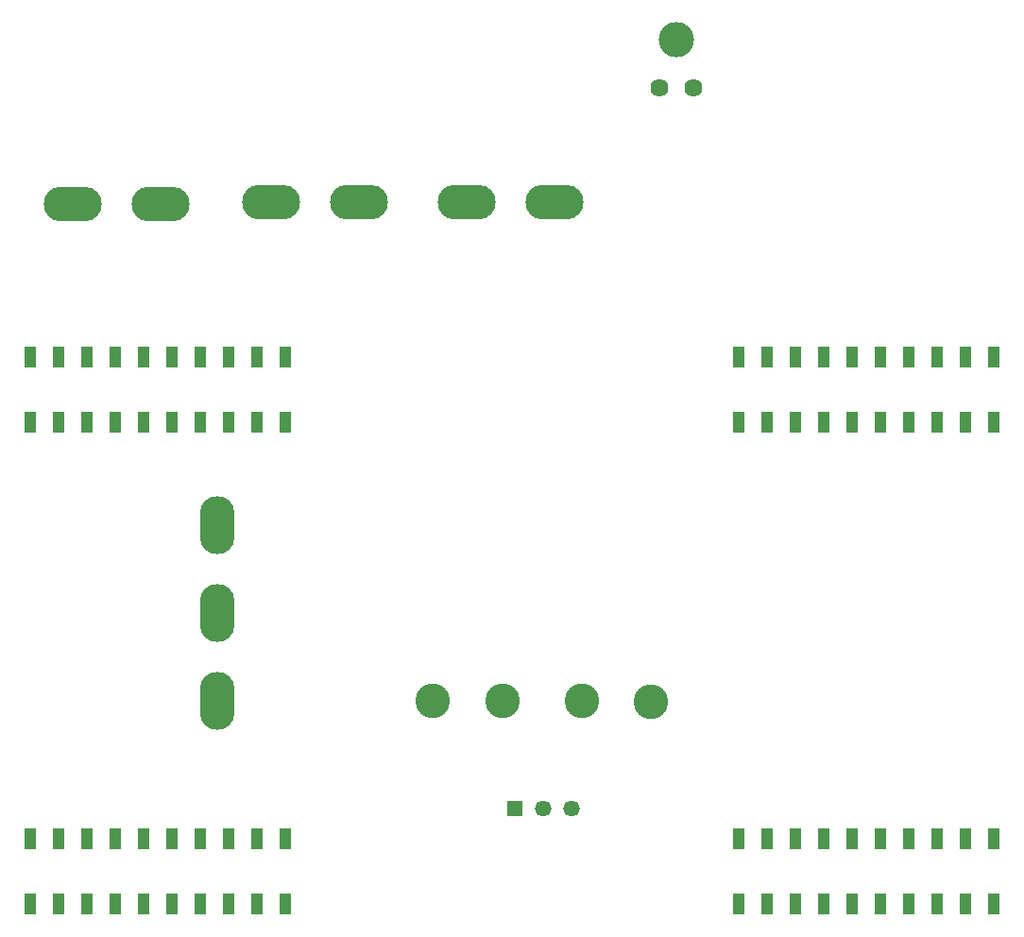
<source format=gbr>
%TF.GenerationSoftware,KiCad,Pcbnew,(5.1.6)-1*%
%TF.CreationDate,2022-03-14T17:05:36-05:00*%
%TF.ProjectId,2022 Multimedia Rev1,32303232-204d-4756-9c74-696d65646961,rev?*%
%TF.SameCoordinates,Original*%
%TF.FileFunction,Soldermask,Bot*%
%TF.FilePolarity,Negative*%
%FSLAX46Y46*%
G04 Gerber Fmt 4.6, Leading zero omitted, Abs format (unit mm)*
G04 Created by KiCad (PCBNEW (5.1.6)-1) date 2022-03-14 17:05:36*
%MOMM*%
%LPD*%
G01*
G04 APERTURE LIST*
%ADD10O,5.200000X3.100000*%
%ADD11O,3.100000X5.200000*%
%ADD12C,1.624000*%
%ADD13C,3.173400*%
%ADD14R,1.090600X1.878000*%
%ADD15C,3.100000*%
%ADD16R,1.458000X1.458000*%
%ADD17C,1.458000*%
G04 APERTURE END LIST*
D10*
%TO.C,Conn4*%
X160528000Y-50800000D03*
X152654000Y-50800000D03*
%TD*%
D11*
%TO.C,Conn1*%
X130302000Y-79744000D03*
X130279000Y-95492000D03*
X130302000Y-87630000D03*
%TD*%
D12*
%TO.C,Data*%
X169926000Y-40513000D03*
X172974000Y-40513000D03*
D13*
X171450000Y-36195000D03*
%TD*%
D14*
%TO.C,U4*%
X136398000Y-64617600D03*
X133858000Y-64617600D03*
X131318000Y-64617600D03*
X128778000Y-64617600D03*
X126238000Y-64617600D03*
X123698000Y-64617600D03*
X121158000Y-64617600D03*
X118618000Y-64617600D03*
X116078000Y-64617600D03*
X113538000Y-64617600D03*
X136398000Y-70510400D03*
X133858000Y-70510400D03*
X131318000Y-70510400D03*
X128778000Y-70510400D03*
X126238000Y-70510400D03*
X123698000Y-70510400D03*
X121158000Y-70510400D03*
X118618000Y-70510400D03*
X116078000Y-70510400D03*
X113538000Y-70510400D03*
X136398000Y-113690400D03*
X133858000Y-113690400D03*
X131318000Y-113690400D03*
X128778000Y-113690400D03*
X126238000Y-113690400D03*
X123698000Y-113690400D03*
X121158000Y-113690400D03*
X118618000Y-113690400D03*
X116078000Y-113690400D03*
X113538000Y-113690400D03*
X136398000Y-107797600D03*
X133858000Y-107797600D03*
X131318000Y-107797600D03*
X128778000Y-107797600D03*
X126238000Y-107797600D03*
X123698000Y-107797600D03*
X121158000Y-107797600D03*
X118618000Y-107797600D03*
X116078000Y-107797600D03*
X113538000Y-107797600D03*
X182118000Y-64617600D03*
X179578000Y-64617600D03*
X177038000Y-64617600D03*
X199898000Y-70510400D03*
X197358000Y-70510400D03*
X194818000Y-70510400D03*
X192278000Y-70510400D03*
X189738000Y-70510400D03*
X187198000Y-70510400D03*
X184658000Y-70510400D03*
X182118000Y-70510400D03*
X179578000Y-70510400D03*
X177038000Y-70510400D03*
X199898000Y-113690400D03*
X194818000Y-113690400D03*
X189738000Y-113690400D03*
X187198000Y-113690400D03*
X184658000Y-113690400D03*
X182118000Y-113690400D03*
X179578000Y-113690400D03*
X199898000Y-107797600D03*
X194818000Y-107797600D03*
X184658000Y-107797600D03*
X182118000Y-107797600D03*
X179578000Y-107797600D03*
X177038000Y-107797600D03*
X189738000Y-107797600D03*
X192278000Y-107797600D03*
X197358000Y-113690400D03*
X184658000Y-64617600D03*
X187198000Y-64617600D03*
X197358000Y-107797600D03*
X192278000Y-113690400D03*
X194818000Y-64617600D03*
X192278000Y-64617600D03*
X187198000Y-107797600D03*
X189738000Y-64617600D03*
X197358000Y-64617600D03*
X199898000Y-64617600D03*
X177038000Y-113690400D03*
%TD*%
D15*
%TO.C,U2*%
X149606000Y-95504000D03*
X169164000Y-95567500D03*
X162941000Y-95504000D03*
X155829000Y-95504000D03*
%TD*%
D16*
%TO.C,U1*%
X156972000Y-105156000D03*
D17*
X159512000Y-105156000D03*
X162052000Y-105156000D03*
%TD*%
D10*
%TO.C,Conn3*%
X142960000Y-50800000D03*
X135086000Y-50800000D03*
%TD*%
%TO.C,Conn2*%
X125222000Y-50927000D03*
X117348000Y-50927000D03*
%TD*%
M02*

</source>
